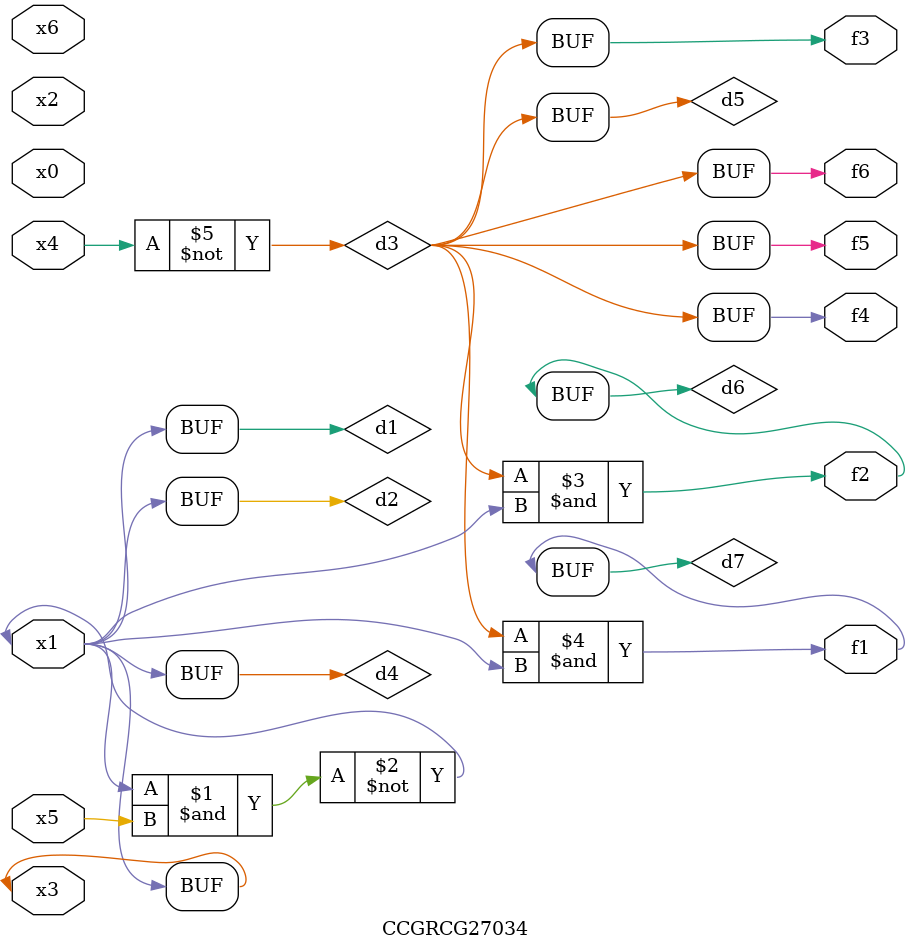
<source format=v>
module CCGRCG27034(
	input x0, x1, x2, x3, x4, x5, x6,
	output f1, f2, f3, f4, f5, f6
);

	wire d1, d2, d3, d4, d5, d6, d7;

	buf (d1, x1, x3);
	nand (d2, x1, x5);
	not (d3, x4);
	buf (d4, d1, d2);
	buf (d5, d3);
	and (d6, d3, d4);
	and (d7, d3, d4);
	assign f1 = d7;
	assign f2 = d6;
	assign f3 = d5;
	assign f4 = d5;
	assign f5 = d5;
	assign f6 = d5;
endmodule

</source>
